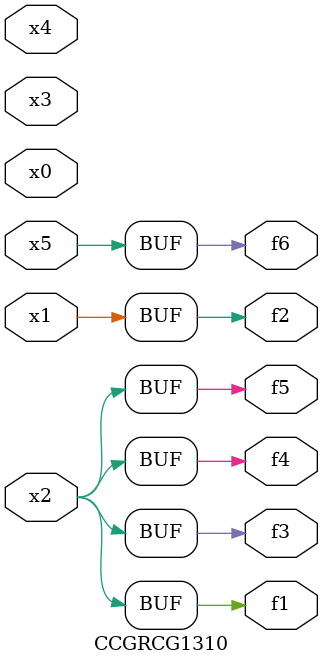
<source format=v>
module CCGRCG1310(
	input x0, x1, x2, x3, x4, x5,
	output f1, f2, f3, f4, f5, f6
);
	assign f1 = x2;
	assign f2 = x1;
	assign f3 = x2;
	assign f4 = x2;
	assign f5 = x2;
	assign f6 = x5;
endmodule

</source>
